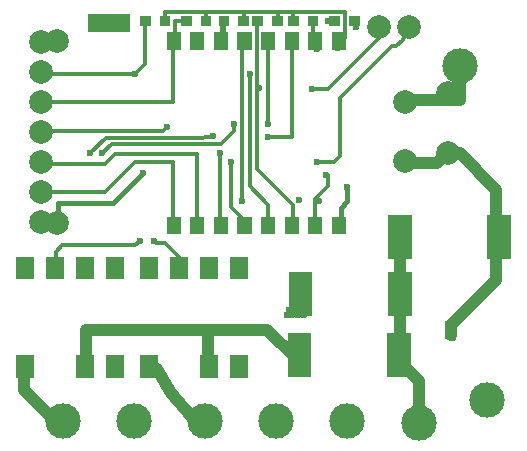
<source format=gbr>
%FSLAX32Y32*%
%MOMM*%
%LNKUPFERSEITE2*%
G71*
G01*
%ADD10C, 2.00*%
%ADD11C, 3.00*%
%ADD12C, 1.00*%
%ADD13C, 0.60*%
%ADD14C, 0.30*%
%ADD15C, 0.50*%
%ADD16C, 2.00*%
%ADD17C, 0.40*%
%LPD*%
X6874Y6085D02*
G54D10*
D03*
X6874Y6585D02*
G54D10*
D03*
X3927Y5564D02*
G54D10*
D03*
X3927Y7104D02*
G54D10*
D03*
G36*
X5888Y5146D02*
X6088Y5146D01*
X6088Y4771D01*
X5888Y4771D01*
X5888Y5146D01*
G37*
G36*
X6728Y5145D02*
X6928Y5145D01*
X6928Y4770D01*
X6728Y4770D01*
X6728Y5145D01*
G37*
X7239Y6666D02*
G54D10*
D03*
X7239Y6158D02*
G54D10*
D03*
G36*
X6253Y5616D02*
X6373Y5616D01*
X6373Y5466D01*
X6253Y5466D01*
X6253Y5616D01*
G37*
G36*
X6053Y5616D02*
X6173Y5616D01*
X6173Y5466D01*
X6053Y5466D01*
X6053Y5616D01*
G37*
G36*
X5853Y5616D02*
X5973Y5616D01*
X5973Y5466D01*
X5853Y5466D01*
X5853Y5616D01*
G37*
G36*
X5653Y5616D02*
X5773Y5616D01*
X5773Y5466D01*
X5653Y5466D01*
X5653Y5616D01*
G37*
G36*
X5453Y5616D02*
X5573Y5616D01*
X5573Y5466D01*
X5453Y5466D01*
X5453Y5616D01*
G37*
G36*
X5253Y5616D02*
X5373Y5616D01*
X5373Y5466D01*
X5253Y5466D01*
X5253Y5616D01*
G37*
G36*
X5053Y5616D02*
X5173Y5616D01*
X5173Y5466D01*
X5053Y5466D01*
X5053Y5616D01*
G37*
G36*
X4853Y5616D02*
X4973Y5616D01*
X4973Y5466D01*
X4853Y5466D01*
X4853Y5616D01*
G37*
G36*
X6253Y7179D02*
X6373Y7179D01*
X6373Y7029D01*
X6253Y7029D01*
X6253Y7179D01*
G37*
G36*
X6053Y7179D02*
X6173Y7179D01*
X6173Y7029D01*
X6053Y7029D01*
X6053Y7179D01*
G37*
G36*
X5853Y7179D02*
X5973Y7179D01*
X5973Y7029D01*
X5853Y7029D01*
X5853Y7179D01*
G37*
G36*
X5653Y7179D02*
X5773Y7179D01*
X5773Y7029D01*
X5653Y7029D01*
X5653Y7179D01*
G37*
G36*
X5453Y7179D02*
X5573Y7179D01*
X5573Y7029D01*
X5453Y7029D01*
X5453Y7179D01*
G37*
G36*
X5253Y7179D02*
X5373Y7179D01*
X5373Y7029D01*
X5253Y7029D01*
X5253Y7179D01*
G37*
G36*
X5053Y7179D02*
X5173Y7179D01*
X5173Y7029D01*
X5053Y7029D01*
X5053Y7179D01*
G37*
G36*
X4853Y7179D02*
X4973Y7179D01*
X4973Y7029D01*
X4853Y7029D01*
X4853Y7179D01*
G37*
X7334Y6888D02*
G54D11*
D03*
G54D12*
X7334Y6873D02*
X7334Y6603D01*
X6842Y6603D01*
X6382Y5865D02*
G54D13*
D03*
G36*
X6487Y7226D02*
X6397Y7226D01*
X6397Y7316D01*
X6487Y7316D01*
X6487Y7226D01*
G37*
G36*
X6320Y7225D02*
X6230Y7225D01*
X6230Y7315D01*
X6320Y7315D01*
X6320Y7225D01*
G37*
G36*
X4884Y7226D02*
X4794Y7226D01*
X4794Y7316D01*
X4884Y7316D01*
X4884Y7226D01*
G37*
G36*
X4717Y7225D02*
X4627Y7225D01*
X4627Y7315D01*
X4717Y7315D01*
X4717Y7225D01*
G37*
G36*
X5836Y7226D02*
X5746Y7226D01*
X5746Y7316D01*
X5836Y7316D01*
X5836Y7226D01*
G37*
G36*
X5669Y7225D02*
X5579Y7225D01*
X5579Y7315D01*
X5669Y7315D01*
X5669Y7225D01*
G37*
G36*
X5550Y7226D02*
X5460Y7226D01*
X5460Y7316D01*
X5550Y7316D01*
X5550Y7226D01*
G37*
G36*
X5383Y7225D02*
X5293Y7225D01*
X5293Y7315D01*
X5383Y7315D01*
X5383Y7225D01*
G37*
G36*
X5233Y7226D02*
X5143Y7226D01*
X5143Y7316D01*
X5233Y7316D01*
X5233Y7226D01*
G37*
G36*
X5066Y7225D02*
X4976Y7225D01*
X4976Y7315D01*
X5066Y7315D01*
X5066Y7225D01*
G37*
G54D14*
X5509Y7270D02*
X5509Y7349D01*
X5794Y7349D01*
X5794Y7285D01*
X5794Y7349D01*
X6080Y7349D01*
X6080Y7349D01*
X6080Y7349D01*
X6366Y7349D01*
X6366Y7127D01*
G54D15*
X5334Y7270D02*
X5334Y7127D01*
G54D14*
X5524Y7349D02*
X5191Y7349D01*
X5191Y7285D01*
G54D14*
X5016Y7270D02*
X4921Y7270D01*
X4921Y7127D01*
G54D14*
X5620Y7270D02*
X5620Y6015D01*
X5921Y5714D01*
X5921Y5571D01*
X5493Y5746D02*
G54D13*
D03*
G54D14*
X5493Y5761D02*
X5493Y7095D01*
X6302Y7047D02*
G54D13*
D03*
X6461Y7222D02*
G54D13*
D03*
X3794Y6840D02*
G54D16*
D03*
X3794Y6586D02*
G54D16*
D03*
X3794Y6332D02*
G54D16*
D03*
X3794Y6078D02*
G54D16*
D03*
X3794Y5824D02*
G54D16*
D03*
X3794Y5570D02*
G54D16*
D03*
G54D14*
X4905Y7095D02*
X4905Y6587D01*
X3842Y6587D01*
G54D14*
X5715Y5555D02*
X5715Y5714D01*
X5556Y5872D01*
X5556Y6825D01*
G54D14*
X4572Y6825D02*
X3810Y6825D01*
X4588Y6825D02*
G54D13*
D03*
X5556Y6825D02*
G54D13*
D03*
G54D14*
X4905Y5555D02*
X4905Y6079D01*
X4588Y6079D01*
X4334Y5825D01*
X3794Y5825D01*
X3778Y5809D01*
G54D14*
X3810Y6063D02*
X4334Y6063D01*
X4413Y6142D01*
X5112Y6142D01*
X5112Y5571D01*
X5128Y5555D01*
G54D14*
X5223Y7349D02*
X4842Y7349D01*
X4842Y7285D01*
G54D14*
X4667Y7270D02*
X4667Y6904D01*
X4588Y6825D01*
X6906Y7222D02*
G54D16*
D03*
X6652Y7222D02*
G54D16*
D03*
X6207Y5968D02*
G54D13*
D03*
G54D14*
X6112Y5523D02*
X6112Y5761D01*
X6223Y5872D01*
X6223Y5968D01*
G54D14*
X5302Y5555D02*
X5302Y6158D01*
G54D14*
X5509Y5571D02*
X5509Y5587D01*
X5398Y5698D01*
X5398Y6079D01*
X5302Y6158D02*
G54D13*
D03*
X5398Y6079D02*
G54D13*
D03*
X6128Y6079D02*
G54D13*
D03*
X6088Y6698D02*
G54D13*
D03*
G54D14*
X6906Y7222D02*
X6858Y7111D01*
X6794Y7063D01*
X6763Y7063D01*
X6318Y6619D01*
X6318Y6126D01*
X6271Y6079D01*
X6128Y6079D01*
G54D14*
X6088Y6698D02*
X6223Y6698D01*
X6683Y7158D01*
G36*
X4540Y7329D02*
X4540Y7179D01*
X4190Y7179D01*
X4190Y7329D01*
X4540Y7329D01*
G37*
X6128Y7031D02*
G54D13*
D03*
X3794Y7095D02*
G54D16*
D03*
X4461Y7206D02*
G54D13*
D03*
X6223Y7270D02*
G54D13*
D03*
G54D17*
X3937Y5587D02*
X3937Y5730D01*
X4397Y5730D01*
X4651Y5984D01*
X4651Y5984D02*
G54D13*
D03*
G36*
X4627Y5276D02*
X4777Y5276D01*
X4777Y5086D01*
X4627Y5086D01*
X4627Y5276D01*
G37*
G36*
X4881Y5276D02*
X5031Y5276D01*
X5031Y5086D01*
X4881Y5086D01*
X4881Y5276D01*
G37*
G36*
X5135Y5276D02*
X5285Y5276D01*
X5285Y5086D01*
X5135Y5086D01*
X5135Y5276D01*
G37*
G36*
X5389Y5276D02*
X5539Y5276D01*
X5539Y5086D01*
X5389Y5086D01*
X5389Y5276D01*
G37*
G36*
X4627Y4443D02*
X4777Y4443D01*
X4777Y4253D01*
X4627Y4253D01*
X4627Y4443D01*
G37*
G36*
X5135Y4443D02*
X5285Y4443D01*
X5285Y4253D01*
X5135Y4253D01*
X5135Y4443D01*
G37*
G36*
X5389Y4443D02*
X5539Y4443D01*
X5539Y4253D01*
X5389Y4253D01*
X5389Y4443D01*
G37*
G36*
X3579Y5276D02*
X3729Y5276D01*
X3729Y5086D01*
X3579Y5086D01*
X3579Y5276D01*
G37*
G36*
X3833Y5276D02*
X3983Y5276D01*
X3983Y5086D01*
X3833Y5086D01*
X3833Y5276D01*
G37*
G36*
X4087Y5276D02*
X4237Y5276D01*
X4237Y5086D01*
X4087Y5086D01*
X4087Y5276D01*
G37*
G36*
X4341Y5276D02*
X4491Y5276D01*
X4491Y5086D01*
X4341Y5086D01*
X4341Y5276D01*
G37*
G36*
X3579Y4443D02*
X3729Y4443D01*
X3729Y4253D01*
X3579Y4253D01*
X3579Y4443D01*
G37*
G36*
X4087Y4443D02*
X4237Y4443D01*
X4237Y4253D01*
X4087Y4253D01*
X4087Y4443D01*
G37*
G36*
X4341Y4443D02*
X4491Y4443D01*
X4491Y4253D01*
X4341Y4253D01*
X4341Y4443D01*
G37*
G36*
X5880Y4630D02*
X6080Y4630D01*
X6080Y4255D01*
X5880Y4255D01*
X5880Y4630D01*
G37*
G36*
X6720Y4629D02*
X6920Y4629D01*
X6920Y4254D01*
X6720Y4254D01*
X6720Y4629D01*
G37*
G36*
X6729Y5630D02*
X6929Y5630D01*
X6929Y5255D01*
X6729Y5255D01*
X6729Y5630D01*
G37*
G36*
X7570Y5629D02*
X7770Y5629D01*
X7770Y5254D01*
X7570Y5254D01*
X7570Y5629D01*
G37*
G54D12*
X6826Y4348D02*
X6826Y5388D01*
G54D12*
X4167Y4396D02*
X4167Y4658D01*
X5707Y4658D01*
X5945Y4420D01*
G54D12*
X5207Y4380D02*
X5207Y4650D01*
X7279Y4730D02*
G54D13*
D03*
X7279Y4682D02*
G54D13*
D03*
X7279Y4634D02*
G54D13*
D03*
X7279Y4587D02*
G54D13*
D03*
X7239Y4706D02*
G54D13*
D03*
X7239Y4658D02*
G54D13*
D03*
X7239Y4602D02*
G54D13*
D03*
X3977Y3888D02*
G54D11*
D03*
X4577Y3888D02*
G54D11*
D03*
X5177Y3888D02*
G54D11*
D03*
X5777Y3888D02*
G54D11*
D03*
X6377Y3888D02*
G54D11*
D03*
X6993Y3872D02*
G54D11*
D03*
G54D12*
X3643Y4333D02*
X3643Y4150D01*
X3929Y3864D01*
G54D12*
X4715Y4325D02*
X4770Y4325D01*
X4893Y4122D01*
X5064Y3928D01*
X3651Y5166D02*
G54D13*
D03*
X4707Y5150D02*
G54D13*
D03*
X6013Y4782D02*
G54D13*
D03*
X5966Y4782D02*
G54D13*
D03*
X5918Y4782D02*
G54D13*
D03*
X5870Y4782D02*
G54D13*
D03*
X5989Y4822D02*
G54D13*
D03*
X5942Y4822D02*
G54D13*
D03*
X5886Y4822D02*
G54D13*
D03*
G54D17*
X6326Y5587D02*
X6326Y5690D01*
X6382Y5746D01*
X6382Y5872D01*
X6144Y5746D02*
G54D13*
D03*
X5977Y5753D02*
G54D13*
D03*
G54D14*
X5913Y7071D02*
X5913Y6293D01*
X5715Y6293D01*
X5715Y6293D02*
G54D13*
D03*
X5247Y6301D02*
G54D13*
D03*
X4207Y6158D02*
G54D13*
D03*
G54D14*
X5247Y6301D02*
X5144Y6285D01*
X4342Y6285D01*
X4207Y6158D01*
G54D14*
X5715Y7071D02*
X5715Y6396D01*
X5715Y6396D02*
G54D13*
D03*
X5421Y6396D02*
G54D13*
D03*
X4628Y5412D02*
G54D13*
D03*
X4747Y5412D02*
G54D13*
D03*
G54D14*
X3913Y5230D02*
X3913Y5317D01*
X3969Y5372D01*
X4588Y5372D01*
X4628Y5412D01*
G54D14*
X4961Y5214D02*
X4961Y5277D01*
X4842Y5396D01*
X4762Y5396D01*
X4747Y5412D01*
G36*
X6138Y7226D02*
X6048Y7226D01*
X6048Y7316D01*
X6138Y7316D01*
X6138Y7226D01*
G37*
G36*
X5971Y7225D02*
X5881Y7225D01*
X5881Y7315D01*
X5971Y7315D01*
X5971Y7225D01*
G37*
G54D14*
X5921Y7277D02*
X5921Y7349D01*
G54D14*
X6096Y7270D02*
X6096Y7135D01*
X7564Y4063D02*
G54D11*
D03*
G54D12*
X6874Y6071D02*
X7144Y6071D01*
X7231Y6158D01*
G54D12*
X7247Y6150D02*
X7334Y6150D01*
X7644Y5841D01*
X7644Y5364D01*
G54D12*
X7263Y4610D02*
X7263Y4698D01*
X7644Y5079D01*
X7644Y5309D01*
G54D12*
X6834Y4333D02*
X6882Y4333D01*
X6993Y4222D01*
X6993Y3880D01*
X6985Y3872D01*
G54D14*
X3850Y6341D02*
X4826Y6341D01*
X4858Y6373D01*
X4858Y6373D02*
G54D13*
D03*
X5540Y5579D02*
G54D13*
D03*
X5326Y5579D02*
G54D13*
D03*
G54D14*
X5421Y6396D02*
X5421Y6341D01*
X5310Y6230D01*
X4389Y6230D01*
X4310Y6150D01*
X4310Y6150D02*
G54D13*
D03*
X5636Y6706D02*
G54D13*
D03*
M02*

</source>
